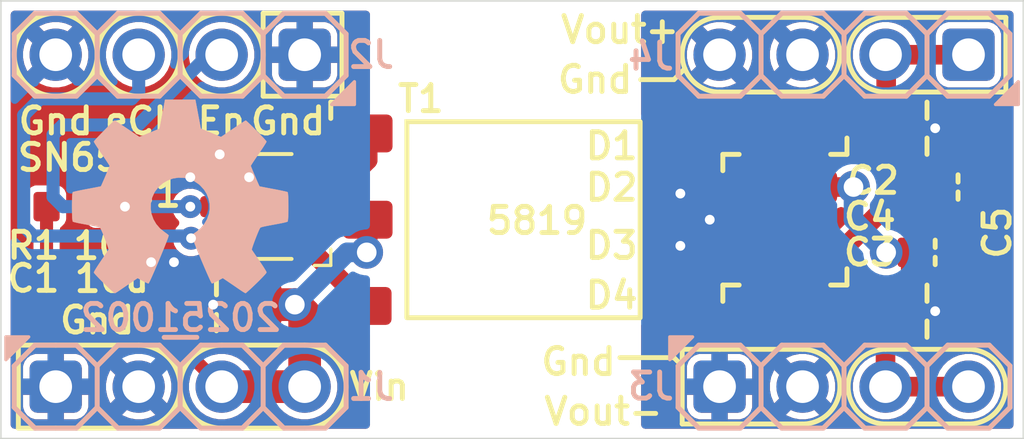
<source format=kicad_pcb>
(kicad_pcb (version 20241229) (generator "pcbnew") (generator_version "9.0")
  (layers (0 "F.Cu" mixed) (2 "B.Cu" mixed) (13 "F.Paste" user) (15 "B.Paste" user) (5 "F.SilkS" user "F.Silkscreen") (7 "B.SilkS" user "B.Silkscreen") (1 "F.Mask" user) (3 "B.Mask" user) (25 "Edge.Cuts" user))
  (net 0 "")
  (net 1 "GND")
  (net 2 "/VIN")
  (net 3 "/ExtClk")
  (net 4 "/Enable")
  (net 5 "/P1")
  (net 6 "/P2")
  (net 7 "/VOUT+")
  (net 8 "/VOUT-")
  (net 9 "Net-(D1-A)")
  (net 10 "Net-(D3-A)")
  (net 11 "GND1")
  (footprint "SquantorCapacitor:C_1206_0805" (layer "F.Cu") (at 158.75 84.8)
    (property "Reference" "C2" (at -1.65 1.6 0) (layer "F.SilkS") (effects (font (size 0.8 0.8))))
    (property "Value" "10u")
    (fp_line (start 0 -0.8) (end 0 -0.3) (stroke (width 0.15)) (layer "F.SilkS"))
    (fp_line (start 0 0.8) (end 0 0.3) (stroke (width 0.15)) (layer "F.SilkS"))
    (pad "1" smd roundrect (at -1.25 0) (size 1.5 1.6) (layers "F.Cu" "F.Mask" "F.Paste") (net 7 "/VOUT+"))
    (pad "2" smd roundrect (at 1.25 0) (size 1.5 1.6) (layers "F.Cu" "F.Mask" "F.Paste") (net 11 "GND1"))
  )
  (footprint "SquantorCapacitor:C_1206_0805" (layer "F.Cu") (at 158.75 90.4)
    (property "Reference" "C3" (at -1.75 -1.8 0) (layer "F.SilkS") (effects (font (size 0.8 0.8))))
    (property "Value" "10u")
    (fp_line (start 0 -0.8) (end 0 -0.3) (stroke (width 0.15)) (layer "F.SilkS"))
    (fp_line (start 0 0.8) (end 0 0.3) (stroke (width 0.15)) (layer "F.SilkS"))
    (pad "1" smd roundrect (at -1.25 0) (size 1.5 1.6) (layers "F.Cu" "F.Mask" "F.Paste") (net 8 "/VOUT-"))
    (pad "2" smd roundrect (at 1.25 0) (size 1.5 1.6) (layers "F.Cu" "F.Mask" "F.Paste") (net 11 "GND1"))
  )
  (footprint "SquantorCapacitor:C_0603" (layer "F.Cu") (at 159.7 86.6)
    (property "Reference" "C5" (at 1.2 1.4 90) (layer "F.SilkS") (effects (font (size 0.8 0.8))))
    (property "Value" "1u")
    (fp_line (start 0 -0.15) (end 0 -0.375) (stroke (width 0.15)) (layer "F.SilkS"))
    (fp_line (start 0 0.375) (end 0 0.15) (stroke (width 0.15)) (layer "F.SilkS"))
    (pad "1" smd roundrect (at -0.75 0) (size 0.8 0.9) (layers "F.Cu" "F.Mask" "F.Paste") (roundrect_rratio 0.125) (net 7 "/VOUT+"))
    (pad "2" smd roundrect (at 0.75 0) (size 0.8 0.9) (layers "F.Cu" "F.Mask" "F.Paste") (roundrect_rratio 0.125) (net 11 "GND1"))
  )
  (footprint "SquantorDiodes:SOD-323HE-shikues" (layer "F.Cu") (at 154.4 90.6)
    (property "Reference" "D4" (at -5.302 -0.684 0) (layer "F.SilkS") (effects (font (size 0.8 0.8))))
    (property "Value" "5819")
    (fp_line (start -1.9 -1) (end -1.9 -0.5) (stroke (width 0.15)) (layer "F.SilkS"))
    (fp_line (start -1.9 -1) (end -1.4 -1) (stroke (width 0.15)) (layer "F.SilkS"))
    (pad "1" smd roundrect (at -0.675 0) (size 1.85 1.1) (layers "F.Cu" "F.Mask" "F.Paste") (roundrect_rratio 0.2) (net 10 "Net-(D3-A)"))
    (pad "2" smd roundrect (at 1.15 0) (size 0.9 1) (layers "F.Cu" "F.Mask" "F.Paste") (roundrect_rratio 0.2) (net 8 "/VOUT-"))
  )
  (footprint "SquantorDiodes:SOD-323HE-shikues" (layer "F.Cu") (at 154.4 88.6 180)
    (property "Reference" "D3" (at 5.302 0.208 0) (layer "F.SilkS") (effects (font (size 0.8 0.8))))
    (property "Value" "5819")
    (fp_line (start -1.9 -1) (end -1.4 -1) (stroke (width 0.15)) (layer "F.SilkS"))
    (fp_line (start -1.9 -1) (end -1.9 -0.5) (stroke (width 0.15)) (layer "F.SilkS"))
    (pad "1" smd roundrect (at -0.675 0 180) (size 1.85 1.1) (layers "F.Cu" "F.Mask" "F.Paste") (roundrect_rratio 0.2) (net 7 "/VOUT+"))
    (pad "2" smd roundrect (at 1.15 0 180) (size 0.9 1) (layers "F.Cu" "F.Mask" "F.Paste") (roundrect_rratio 0.2) (net 10 "Net-(D3-A)"))
  )
  (footprint "SquantorResistor:R_0603_hand" (layer "F.Cu") (at 132.7 87.2)
    (property "Reference" "R1" (at -1.3 1.192 0) (layer "F.SilkS") (effects (font (size 0.8 0.8))))
    (property "Value" "10K" (at 1.1 1.2 0) (layer "F.SilkS") (effects (font (size 0.8 0.8))))
    (fp_line (start 0 -0.2) (end 0 0.2) (stroke (width 0.15)) (layer "F.SilkS"))
    (pad "1" smd roundrect (at -0.9 0) (size 0.8 0.9) (layers "F.Cu" "F.Mask" "F.Paste") (roundrect_rratio 0.1428571429) (net 2 "/VIN"))
    (pad "2" smd roundrect (at 0.9 0) (size 0.8 0.9) (layers "F.Cu" "F.Mask" "F.Paste") (roundrect_rratio 0.1428571429) (net 4 "/Enable"))
  )
  (footprint "SquantorFangCheng:T-3_8W-6Pin_hand" (layer "F.Cu") (at 146.4 87.6)
    (property "Reference" "T1" (at -3.144 -3.7 0) (layer "F.SilkS") (effects (font (size 0.8 0.8))))
    (property "Value" "STR7040")
    (fp_line (start -5.9 -3.6) (end -5.9 -3.1) (stroke (width 0.15)) (layer "F.SilkS"))
    (fp_line (start -5.9 -3.6) (end -5.4 -3.6) (stroke (width 0.15)) (layer "F.SilkS"))
    (fp_rect (start -3.57 -3) (end 3.57 3) (stroke (width 0.15)) (fill no) (layer "F.SilkS"))
    (pad "1" smd roundrect (at -4.77 -2.64) (size 1.52 1.16) (layers "F.Cu" "F.Mask" "F.Paste") (roundrect_rratio 0.15) (net 6 "/P2"))
    (pad "2" smd roundrect (at -4.77 0) (size 1.52 1.16) (layers "F.Cu" "F.Mask" "F.Paste") (roundrect_rratio 0.15) (net 2 "/VIN"))
    (pad "3" smd roundrect (at -4.8 2.64) (size 1.52 1.16) (layers "F.Cu" "F.Mask" "F.Paste") (roundrect_rratio 0.15) (net 5 "/P1"))
    (pad "4" smd roundrect (at 4.77 2.64) (size 1.52 1.16) (layers "F.Cu" "F.Mask" "F.Paste") (roundrect_rratio 0.15) (net 10 "Net-(D3-A)"))
    (pad "5" smd roundrect (at 4.77 0) (size 1.52 1.16) (layers "F.Cu" "F.Mask" "F.Paste") (roundrect_rratio 0.15) (net 11 "GND1"))
    (pad "6" smd roundrect (at 4.77 -2.64) (size 1.52 1.16) (layers "F.Cu" "F.Mask" "F.Paste") (roundrect_rratio 0.15) (net 9 "Net-(D1-A)"))
  )
  (footprint "SquantorCapacitor:C_1206_0805" (layer "F.Cu") (at 137 90.2)
    (property "Reference" "C1" (at -5.6 -0.8 0) (layer "F.SilkS") (effects (font (size 0.8 0.8))))
    (property "Value" "10u" (at -3.2 -0.792 0) (layer "F.SilkS") (effects (font (size 0.8 0.8))))
    (fp_line (start 0 -0.8) (end 0 -0.3) (stroke (width 0.15)) (layer "F.SilkS"))
    (fp_line (start 0 0.8) (end 0 0.3) (stroke (width 0.15)) (layer "F.SilkS"))
    (pad "1" smd roundrect (at -1.25 0) (size 1.5 1.6) (layers "F.Cu" "F.Mask" "F.Paste") (net 1 "GND"))
    (pad "2" smd roundrect (at 1.25 0) (size 1.5 1.6) (layers "F.Cu" "F.Mask" "F.Paste") (net 2 "/VIN"))
  )
  (footprint "SquantorDiodes:SOD-323HE-shikues" (layer "F.Cu") (at 154.4 86.6)
    (property "Reference" "D2" (at -5.302 0.014 0) (layer "F.SilkS") (effects (font (size 0.8 0.8))))
    (property "Value" "5819" (at -7.588 1.03 0) (layer "F.SilkS") (effects (font (size 0.8 0.8))))
    (fp_line (start -1.9 -1) (end -1.9 -0.5) (stroke (width 0.15)) (layer "F.SilkS"))
    (fp_line (start -1.9 -1) (end -1.4 -1) (stroke (width 0.15)) (layer "F.SilkS"))
    (pad "1" smd roundrect (at -0.675 0) (size 1.85 1.1) (layers "F.Cu" "F.Mask" "F.Paste") (roundrect_rratio 0.2) (net 9 "Net-(D1-A)"))
    (pad "2" smd roundrect (at 1.15 0) (size 0.9 1) (layers "F.Cu" "F.Mask" "F.Paste") (roundrect_rratio 0.2) (net 8 "/VOUT-"))
  )
  (footprint "SquantorCapacitor:C_0603" (layer "F.Cu") (at 159 88.6)
    (property "Reference" "C4" (at -2 -1.1 0) (layer "F.SilkS") (effects (font (size 0.8 0.8))))
    (property "Value" "1u")
    (fp_line (start 0 -0.15) (end 0 -0.375) (stroke (width 0.15)) (layer "F.SilkS"))
    (fp_line (start 0 0.375) (end 0 0.15) (stroke (width 0.15)) (layer "F.SilkS"))
    (pad "1" smd roundrect (at -0.75 0) (size 0.8 0.9) (layers "F.Cu" "F.Mask" "F.Paste") (roundrect_rratio 0.125) (net 8 "/VOUT-"))
    (pad "2" smd roundrect (at 0.75 0) (size 0.8 0.9) (layers "F.Cu" "F.Mask" "F.Paste") (roundrect_rratio 0.125) (net 11 "GND1"))
  )
  (footprint "SquantorDiodes:SOD-323HE-shikues" (layer "F.Cu") (at 154.4 84.6 180)
    (property "Reference" "D1" (at 5.302 -0.744 0) (layer "F.SilkS") (effects (font (size 0.8 0.8))))
    (property "Value" "5819")
    (fp_line (start -1.9 -1) (end -1.4 -1) (stroke (width 0.15)) (layer "F.SilkS"))
    (fp_line (start -1.9 -1) (end -1.9 -0.5) (stroke (width 0.15)) (layer "F.SilkS"))
    (pad "1" smd roundrect (at -0.675 0 180) (size 1.85 1.1) (layers "F.Cu" "F.Mask" "F.Paste") (roundrect_rratio 0.2) (net 7 "/VOUT+"))
    (pad "2" smd roundrect (at 1.15 0 180) (size 0.9 1) (layers "F.Cu" "F.Mask" "F.Paste") (roundrect_rratio 0.2) (net 9 "Net-(D1-A)"))
  )
  (footprint "SquantorIC:SOT23-6-TI" (layer "F.Cu") (at 138.4 87.2 180)
    (property "Reference" "U1" (at 3.3 0.4 0) (layer "F.SilkS") (effects (font (size 0.8 0.8))))
    (property "Value" "SN6506A" (at 4.8 1.5 0) (layer "F.SilkS") (effects (font (size 0.8 0.8))))
    (fp_line (start 0.9 -1.6) (end -0.9 -1.6) (stroke (width 0.12)) (layer "F.SilkS"))
    (fp_line (start -0.9 1.61) (end 0.9 1.61) (stroke (width 0.12)) (layer "F.SilkS"))
    (fp_line (start -2.1 -1.8) (end -1.6 -1.8) (stroke (width 0.1)) (layer "F.SilkS"))
    (fp_line (start -2.1 -1.8) (end -2.1 -1.3) (stroke (width 0.1)) (layer "F.SilkS"))
    (pad "1" smd roundrect (at -1.3 -0.95 180) (size 1.2 0.65) (layers "F.Cu" "F.Mask" "F.Paste") (roundrect_rratio 0.2) (net 5 "/P1"))
    (pad "2" smd roundrect (at -1.3 0 180) (size 1.2 0.65) (layers "F.Cu" "F.Mask" "F.Paste") (roundrect_rratio 0.2) (net 2 "/VIN"))
    (pad "3" smd roundrect (at -1.3 0.95 180) (size 1.2 0.65) (layers "F.Cu" "F.Mask" "F.Paste") (roundrect_rratio 0.2) (net 6 "/P2"))
    (pad "4" smd roundrect (at 1.3 0.95 180) (size 1.2 0.65) (layers "F.Cu" "F.Mask" "F.Paste") (roundrect_rratio 0.2) (net 1 "GND"))
    (pad "5" smd roundrect (at 1.3 0 180) (size 1.2 0.65) (layers "F.Cu" "F.Mask" "F.Paste") (roundrect_rratio 0.2) (net 4 "/Enable"))
    (pad "6" smd roundrect (at 1.3 -0.95 180) (size 1.2 0.65) (layers "F.Cu" "F.Mask" "F.Paste") (roundrect_rratio 0.2) (net 3 "/ExtClk"))
  )
  (footprint "SquantorLabels:Label_Generic" (layer "B.Cu") (at 135.9 90.6 180)
    (property "Reference" "N1" (hide yes))
    (property "Value" "20251002" (at 0 0 0) (layer "B.SilkS") (effects (font (size 0.8 0.8)) (justify mirror)))
    (fp_line (start -0.5 -0.6) (end 0.5 -0.6) (stroke (width 0.15)) (layer "B.SilkS"))
  )
  (footprint "Symbol:OSHW-Symbol_6.7x6mm_SilkScreen" (layer "B.Cu") (at 135.9 86.9 180)
    (property "Reference" "N2" (hide yes))
    (property "Value" "OHWLOGO" (hide yes))
    (fp_poly (pts (xy 0.555814 2.531069) (xy 0.639635 2.086445) (xy 0.94892 1.958947) (xy 1.258206 1.831449) (xy 1.629246 2.083754) (xy 1.733157 2.154004) (xy 1.827087 2.216728) (xy 1.906652 2.269062) (xy 1.96747 2.308143) (xy 2.005157 2.331107) (xy 2.015421 2.336058) (xy 2.03391 2.323324) (xy 2.07342 2.288118) (xy 2.129522 2.234938) (xy 2.197787 2.168282) (xy 2.273786 2.092646) (xy 2.353092 2.012528) (xy 2.431275 1.932426) (xy 2.503907 1.856836) (xy 2.566559 1.790255) (xy 2.614803 1.737182) (xy 2.64421 1.702113) (xy 2.651241 1.690377) (xy 2.641123 1.66874) (xy 2.612759 1.621338) (xy 2.569129 1.552807) (xy 2.513218 1.467785) (xy 2.448006 1.370907) (xy 2.410219 1.31565) (xy 2.341343 1.214752) (xy 2.28014 1.123701) (xy 2.229578 1.04703) (xy 2.192628 0.989272) (xy 2.172258 0.954957) (xy 2.169197 0.947746) (xy 2.176136 0.927252) (xy 2.195051 0.879487) (xy 2.223087 0.811168) (xy 2.257391 0.729011) (xy 2.295109 0.63973) (xy 2.333387 0.550042) (xy 2.36937 0.466662) (xy 2.400206 0.396306) (xy 2.423039 0.34569) (xy 2.435017 0.321529) (xy 2.435724 0.320578) (xy 2.454531 0.315964) (xy 2.504618 0.305672) (xy 2.580793 0.290713) (xy 2.677865 0.272099) (xy 2.790643 0.250841) (xy 2.856442 0.238582) (xy 2.97695 0.215638) (xy 3.085797 0.193805) (xy 3.177476 0.174278) (xy 3.246481 0.158252) (xy 3.287304 0.146921) (xy 3.295511 0.143326) (xy 3.303548 0.118994) (xy 3.310033 0.064041) (xy 3.31497 -0.015108) (xy 3.318364 -0.112026) (xy 3.320218 -0.220287) (xy 3.320538 -0.333465) (xy 3.319327 -0.445135) (xy 3.31659 -0.548868) (xy 3.312331 -0.638241) (xy 3.306555 -0.706826) (xy 3.299267 -0.748197) (xy 3.294895 -0.75681) (xy 3.268764 -0.767133) (xy 3.213393 -0.781892) (xy 3.136107 -0.799352) (xy 3.04423 -0.81778) (xy 3.012158 -0.823741) (xy 2.857524 -0.852066) (xy 2.735375 -0.874876) (xy 2.641673 -0.89308) (xy 2.572384 -0.907583) (xy 2.523471 -0.919292) (xy 2.490897 -0.929115) (xy 2.470628 -0.937956) (xy 2.458626 -0.946724) (xy 2.456947 -0.948457) (xy 2.440184 -0.976371) (xy 2.414614 -1.030695) (xy 2.382788 -1.104777) (xy 2.34726 -1.191965) (xy 2.310583 -1.285608) (xy 2.275311 -1.379052) (xy 2.243996 -1.465647) (xy 2.219193 -1.53874) (xy 2.203454 -1.591678) (xy 2.199332 -1.617811) (xy 2.199676 -1.618726) (xy 2.213641 -1.640086) (xy 2.245322 -1.687084) (xy 2.291391 -1.754827) (xy 2.348518 -1.838423) (xy 2.413373 -1.932982) (xy 2.431843 -1.959854) (xy 2.497699 -2.057275) (xy 2.55565 -2.146163) (xy 2.602538 -2.221412) (xy 2.635207 -2.27792) (xy 2.6505 -2.310581) (xy 2.651241 -2.314593) (xy 2.638392 -2.335684) (xy 2.602888 -2.377464) (xy 2.549293 -2.435445) (xy 2.482171 -2.505135) (xy 2.406087 -2.582045) (xy 2.325604 -2.661683) (xy 2.245287 -2.739561) (xy 2.169699 -2.811186) (xy 2.103405 -2.87207) (xy 2.050969 -2.917721) (xy 2.016955 -2.94365) (xy 2.007545 -2.947883) (xy 1.985643 -2.937912) (xy 1.9408 -2.91102) (xy 1.880321 -2.871736) (xy 1.833789 -2.840117) (xy 1.749475 -2.782098) (xy 1.649626 -2.713784) (xy 1.549473 -2.645579) (xy 1.495627 -2.609075) (xy 1.313371 -2.4858) (xy 1.160381 -2.56852) (xy 1.090682 -2.604759) (xy 1.031414 -2.632926) (xy 0.991311 -2.648991) (xy 0.981103 -2.651226) (xy 0.968829 -2.634722) (xy 0.944613 -2.588082) (xy 0.910263 -2.515609) (xy 0.867588 -2.421606) (xy 0.818394 -2.310374) (xy 0.76449 -2.186215) (xy 0.707684 -2.053432) (xy 0.649782 -1.916327) (xy 0.592593 -1.779202) (xy 0.537924 -1.646358) (xy 0.487584 -1.522098) (xy 0.44338 -1.410725) (xy 0.407119 -1.316539) (xy 0.380609 -1.243844) (xy 0.365658 -1.196941) (xy 0.363254 -1.180833) (xy 0.382311 -1.160286) (xy 0.424036 -1.126933) (xy 0.479706 -1.087702) (xy 0.484378 -1.084599) (xy 0.628264 -0.969423) (xy 0.744283 -0.835053) (xy 0.83143 -0.685784) (xy 0.888699 -0.525913) (xy 0.915086 -0.359737) (xy 0.909585 -0.191552) (xy 0.87119 -0.025655) (xy 0.798895 0.133658) (xy 0.777626 0.168513) (xy 0.666996 0.309263) (xy 0.536302 0.422286) (xy 0.390064 0.506997) (xy 0.232808 0.562806) (xy 0.069057 0.589126) (xy -0.096667 0.58537) (xy -0.259838 0.55095) (xy -0.415935 0.485277) (xy -0.560433 0.387765) (xy -0.605131 0.348187) (xy -0.718888 0.224297) (xy -0.801782 0.093876) (xy -0.858644 -0.052315) (xy -0.890313 -0.197088) (xy -0.898131 -0.35986) (xy -0.872062 -0.52344) (xy -0.814755 -0.682298) (xy -0.728856 -0.830906) (xy -0.617014 -0.963735) (xy -0.481877 -1.075256) (xy -0.464117 -1.087011) (xy -0.40785 -1.125508) (xy -0.365077 -1.158863) (xy -0.344628 -1.18016) (xy -0.344331 -1.180833) (xy -0.348721 -1.203871) (xy -0.366124 -1.256157) (xy -0.394732 -1.33339) (xy -0.432735 -1.431268) (xy -0.478326 -1.545491) (xy -0.529697 -1.671758) (xy -0.585038 -1.805767) (xy -0.642542 -1.943218) (xy -0.700399 -2.079808) (xy -0.756802 -2.211237) (xy -0.809942 -2.333205) (xy -0.85801 -2.441409) (xy -0.899199 -2.531549) (xy -0.931699 -2.599323) (xy -0.953703 -2.64043) (xy -0.962564 -2.651226) (xy -0.98964 -2.642819) (xy -1.040303 -2.620272) (xy -1.105817 -2.587613) (xy -1.141841 -2.56852) (xy -1.294832 -2.4858) (xy -1.477088 -2.609075) (xy -1.570125 -2.672228) (xy -1.671985 -2.741727) (xy -1.767438 -2.807165) (xy -1.81525 -2.840117) (xy -1.882495 -2.885273) (xy -1.939436 -2.921057) (xy -1.978646 -2.942938) (xy -1.991381 -2.947563) (xy -2.009917 -2.935085) (xy -2.050941 -2.900252) (xy -2.110475 -2.846678) (xy -2.184542 -2.777983) (xy -2.269165 -2.697781) (xy -2.322685 -2.646286) (xy -2.416319 -2.554286) (xy -2.497241 -2.471999) (xy -2.562177 -2.402945) (xy -2.607858 -2.350644) (xy -2.631011 -2.318616) (xy -2.633232 -2.312116) (xy -2.622924 -2.287394) (xy -2.594439 -2.237405) (xy -2.550937 -2.167212) (xy -2.495577 -2.081875) (xy -2.43152 -1.986456) (xy -2.413303 -1.959854) (xy -2.346927 -1.863167) (xy -2.287378 -1.776117) (xy -2.237984 -1.703595) (xy -2.202075 -1.650493) (xy -2.182981 -1.621703) (xy -2.181136 -1.618726) (xy -2.183895 -1.595782) (xy -2.198538 -1.545336) (xy -2.222513 -1.474041) (xy -2.253266 -1.388547) (xy -2.288244 -1.295507) (xy -2.324893 -1.201574) (xy -2.360661 -1.113399) (xy -2.392994 -1.037634) (xy -2.419338 -0.980931) (xy -2.437142 -0.949943) (xy -2.438407 -0.948457) (xy -2.449294 -0.939601) (xy -2.467682 -0.930843) (xy -2.497606 -0.921277) (xy -2.543103 -0.909996) (xy -2.608209 -0.896093) (xy -2.696961 -0.878663) (xy -2.813393 -0.856798) (xy -2.961542 -0.829591) (xy -2.993618 -0.823741) (xy -3.088686 -0.805374) (xy -3.171565 -0.787405) (xy -3.23493 -0.771569) (xy -3.271458 -0.7596) (xy -3.276356 -0.75681) (xy -3.284427 -0.732072) (xy -3.290987 -0.67679) (xy -3.296033 -0.597389) (xy -3.299559 -0.500296) (xy -3.301561 -0.391938) (xy -3.302036 -0.27874) (xy -3.300977 -0.167128) (xy -3.298382 -0.063529) (xy -3.294246 0.025632) (xy -3.288563 0.093928) (xy -3.281331 0.134934) (xy -3.276971 0.143326) (xy -3.252698 0.151792) (xy -3.197426 0.165565) (xy -3.116662 0.18345) (xy -3.015912 0.204252) (xy -2.900683 0.226777) (xy -2.837902 0.238582) (xy -2.718787 0.260849) (xy -2.612565 0.281021) (xy -2.524427 0.298085) (xy -2.459566 0.311031) (xy -2.423174 0.318845) (xy -2.417184 0.320578) (xy -2.407061 0.34011) (xy -2.385662 0.387157) (xy -2.355839 0.454997) (xy -2.320445 0.536909) (xy -2.282332 0.626172) (xy -2.244353 0.716065) (xy -2.20936 0.799865) (xy -2.180206 0.870853) (xy -2.159743 0.922306) (xy -2.150823 0.947503) (xy -2.150657 0.948604) (xy -2.160769 0.968481) (xy -2.189117 1.014223) (xy -2.232723 1.081283) (xy -2.288606 1.165116) (xy -2.353787 1.261174) (xy -2.391679 1.31635) (xy -2.460725 1.417519) (xy -2.52205 1.50937) (xy -2.572663 1.587256) (xy -2.609571 1.646531) (xy -2.629782 1.682549) (xy -2.632701 1.690623) (xy -2.620153 1.709416) (xy -2.585463 1.749543) (xy -2.533063 1.806507) (xy -2.467384 1.875815) (xy -2.392856 1.952969) (xy -2.313913 2.033475) (xy -2.234983 2.112837) (xy -2.1605 2.18656) (xy -2.094894 2.250148) (xy -2.042596 2.299106) (xy -2.008039 2.328939) (xy -1.996478 2.336058) (xy -1.977654 2.326047) (xy -1.932631 2.297922) (xy -1.865787 2.254546) (xy -1.781499 2.198782) (xy -1.684144 2.133494) (xy -1.610707 2.083754) (xy -1.239667 1.831449) (xy -0.621095 2.086445) (xy -0.537275 2.531069) (xy -0.453454 2.975693) (xy 0.471994 2.975693) (xy 0.555814 2.531069)) (stroke (width 0.01)) (fill yes) (layer "B.SilkS"))
  )
  (footprint "SquantorConnectors:Header-0254-1X04-H010" (layer "B.Cu") (at 156.21 92.71)
    (property "Reference" "J3" (at -5.91 -0.01 0) (layer "B.SilkS") (effects (font (size 0.8 0.8) (thickness 0.15) (bold yes)) (justify mirror)))
    (property "Value" "Conn_01x04")
    (fp_line (start -5.08 -0.635) (end -4.445 -1.27) (stroke (width 0.1524)) (layer "B.SilkS"))
    (fp_line (start -5.08 0.635) (end -5.08 -0.635) (stroke (width 0.1524)) (layer "B.SilkS"))
    (fp_line (start -4.445 1.27) (end -5.08 0.635) (stroke (width 0.1524)) (layer "B.SilkS"))
    (fp_line (start -4.445 1.27) (end -3.175 1.27) (stroke (width 0.1524)) (layer "B.SilkS"))
    (fp_line (start -3.175 -1.27) (end -4.445 -1.27) (stroke (width 0.1524)) (layer "B.SilkS"))
    (fp_line (start -3.175 1.27) (end -2.54 0.635) (stroke (width 0.1524)) (layer "B.SilkS"))
    (fp_line (start -2.54 -0.635) (end -3.175 -1.27) (stroke (width 0.1524)) (layer "B.SilkS"))
    (fp_line (start -2.54 0.635) (end -2.54 -0.635) (stroke (width 0.1524)) (layer "B.SilkS"))
    (fp_line (start -2.54 0.635) (end -1.905 1.27) (stroke (width 0.1524)) (layer "B.SilkS"))
    (fp_line (start -1.905 -1.27) (end -2.54 -0.635) (stroke (width 0.1524)) (layer "B.SilkS"))
    (fp_line (start -1.905 1.27) (end -0.635 1.27) (stroke (width 0.1524)) (layer "B.SilkS"))
    (fp_line (start -0.635 -1.27) (end -1.905 -1.27) (stroke (width 0.1524)) (layer "B.SilkS"))
    (fp_line (start -0.635 1.27) (end 0 0.635) (stroke (width 0.1524)) (layer "B.SilkS"))
    (fp_line (start 0 -0.635) (end -0.635 -1.27) (stroke (width 0.1524)) (layer "B.SilkS"))
    (fp_line (start 0 0.635) (end 0 -0.635) (stroke (width 0.1524)) (layer "B.SilkS"))
    (fp_line (start 0 0.635) (end 0.635 1.27) (stroke (width 0.1524)) (layer "B.SilkS"))
    (fp_line (start 0.635 -1.27) (end 0 -0.635) (stroke (width 0.1524)) (layer "B.SilkS"))
    (fp_line (start 0.635 1.27) (end 1.905 1.27) (stroke (width 0.1524)) (layer "B.SilkS"))
    (fp_line (start 1.905 -1.27) (end 0.635 -1.27) (stroke (width 0.1524)) (layer "B.SilkS"))
    (fp_line (start 1.905 1.27) (end 2.54 0.635) (stroke (width 0.1524)) (layer "B.SilkS"))
    (fp_line (start 2.54 -0.635) (end 1.905 -1.27) (stroke (width 0.1524)) (layer "B.SilkS"))
    (fp_line (start 2.54 -0.635) (end 3.175 -1.27) (stroke (width 0.1524)) (layer "B.SilkS"))
    (fp_line (start 2.54 0.635) (end 2.54 -0.635) (stroke (width 0.1524)) (layer "B.SilkS"))
    (fp_line (start 3.175 1.27) (end 2.54 0.635) (stroke (width 0.1524)) (layer "B.SilkS"))
    (fp_line (start 3.175 1.27) (end 4.445 1.27) (stroke (width 0.1524)) (layer "B.SilkS"))
    (fp_line (start 4.445 -1.27) (end 3.175 -1.27) (stroke (width 0.1524)) (layer "B.SilkS"))
    (fp_line (start 4.445 1.27) (end 5.08 0.635) (stroke (width 0.1524)) (layer "B.SilkS"))
    (fp_line (start 5.08 -0.635) (end 4.445 -1.27) (stroke (width 0.1524)) (layer "B.SilkS"))
    (fp_line (start 5.08 0.635) (end 5.08 -0.635) (stroke (width 0.1524)) (layer "B.SilkS"))
    (fp_poly (pts (xy -5.334 -0.8255) (xy -5.334 -1.524) (xy -4.6355 -1.524)) (stroke (width 0.1)) (fill yes) (layer "B.SilkS"))
    (pad "1" thru_hole roundrect (at -3.81 0 180) (size 1.6 1.6) (drill 1) (layers "*.Cu" "*.Mask") (roundrect_rratio 0.15) (net 11 "GND1"))
    (pad "2" thru_hole circle (at -1.27 0 180) (size 1.6 1.6) (drill 1) (layers "*.Cu" "*.Mask") (net 11 "GND1"))
    (pad "3" thru_hole circle (at 1.27 0 180) (size 1.6 1.6) (drill 1) (layers "*.Cu" "*.Mask") (net 8 "/VOUT-"))
    (pad "4" thru_hole circle (at 3.81 0 180) (size 1.6 1.6) (drill 1) (layers "*.Cu" "*.Mask") (net 8 "/VOUT-"))
  )
  (footprint "SquantorConnectors:Header-0254-1X04-H010" (layer "B.Cu") (at 135.89 82.55 180)
    (property "Reference" "J2" (at -5.842 0 0) (layer "B.SilkS") (effects (font (size 0.8 0.8) (thickness 0.15) (bold yes)) (justify mirror)))
    (property "Value" "Conn_01x04")
    (fp_line (start 5.08 0.635) (end 5.08 -0.635) (stroke (width 0.1524)) (layer "B.SilkS"))
    (fp_line (start 5.08 -0.635) (end 4.445 -1.27) (stroke (width 0.1524)) (layer "B.SilkS"))
    (fp_line (start 4.445 1.27) (end 5.08 0.635) (stroke (width 0.1524)) (layer "B.SilkS"))
    (fp_line (start 4.445 -1.27) (end 3.175 -1.27) (stroke (width 0.1524)) (layer "B.SilkS"))
    (fp_line (start 3.175 1.27) (end 4.445 1.27) (stroke (width 0.1524)) (layer "B.SilkS"))
    (fp_line (start 3.175 1.27) (end 2.54 0.635) (stroke (width 0.1524)) (layer "B.SilkS"))
    (fp_line (start 2.54 0.635) (end 2.54 -0.635) (stroke (width 0.1524)) (layer "B.SilkS"))
    (fp_line (start 2.54 -0.635) (end 3.175 -1.27) (stroke (width 0.1524)) (layer "B.SilkS"))
    (fp_line (start 2.54 -0.635) (end 1.905 -1.27) (stroke (width 0.1524)) (layer "B.SilkS"))
    (fp_line (start 1.905 1.27) (end 2.54 0.635) (stroke (width 0.1524)) (layer "B.SilkS"))
    (fp_line (start 1.905 -1.27) (end 0.635 -1.27) (stroke (width 0.1524)) (layer "B.SilkS"))
    (fp_line (start 0.635 1.27) (end 1.905 1.27) (stroke (width 0.1524)) (layer "B.SilkS"))
    (fp_line (start 0.635 -1.27) (end 0 -0.635) (stroke (width 0.1524)) (layer "B.SilkS"))
    (fp_line (start 0 0.635) (end 0.635 1.27) (stroke (width 0.1524)) (layer "B.SilkS"))
    (fp_line (start 0 0.635) (end 0 -0.635) (stroke (width 0.1524)) (layer "B.SilkS"))
    (fp_line (start 0 -0.635) (end -0.635 -1.27) (stroke (width 0.1524)) (layer "B.SilkS"))
    (fp_line (start -0.635 1.27) (end 0 0.635) (stroke (width 0.1524)) (layer "B.SilkS"))
    (fp_line (start -0.635 -1.27) (end -1.905 -1.27) (stroke (width 0.1524)) (layer "B.SilkS"))
    (fp_line (start -1.905 1.27) (end -0.635 1.27) (stroke (width 0.1524)) (layer "B.SilkS"))
    (fp_line (start -1.905 -1.27) (end -2.54 -0.635) (stroke (width 0.1524)) (layer "B.SilkS"))
    (fp_line (start -2.54 0.635) (end -1.905 1.27) (stroke (width 0.1524)) (layer "B.SilkS"))
    (fp_line (start -2.54 0.635) (end -2.54 -0.635) (stroke (width 0.1524)) (layer "B.SilkS"))
    (fp_line (start -2.54 -0.635) (end -3.175 -1.27) (stroke (width 0.1524)) (layer "B.SilkS"))
    (fp_line (start -3.175 1.27) (end -2.54 0.635) (stroke (width 0.1524)) (layer "B.SilkS"))
    (fp_line (start -3.175 -1.27) (end -4.445 -1.27) (stroke (width 0.1524)) (layer "B.SilkS"))
    (fp_line (start -4.445 1.27) (end -3.175 1.27) (stroke (width 0.1524)) (layer "B.SilkS"))
    (fp_line (start -4.445 1.27) (end -5.08 0.635) (stroke (width 0.1524)) (layer "B.SilkS"))
    (fp_line (start -5.08 0.635) (end -5.08 -0.635) (stroke (width 0.1524)) (layer "B.SilkS"))
    (fp_line (start -5.08 -0.635) (end -4.445 -1.27) (stroke (width 0.1524)) (layer "B.SilkS"))
    (fp_poly (pts (xy -5.334 -0.8255) (xy -5.334 -1.524) (xy -4.6355 -1.524)) (stroke (width 0.1)) (fill yes) (layer "B.SilkS"))
    (pad "1" thru_hole roundrect (at -3.81 0) (size 1.6 1.6) (drill 1) (layers "*.Cu" "*.Mask") (roundrect_rratio 0.15) (net 1 "GND"))
    (pad "2" thru_hole circle (at -1.27 0) (size 1.6 1.6) (drill 1) (layers "*.Cu" "*.Mask") (net 4 "/Enable"))
    (pad "3" thru_hole circle (at 1.27 0) (size 1.6 1.6) (drill 1) (layers "*.Cu" "*.Mask") (net 3 "/ExtClk"))
    (pad "4" thru_hole circle (at 3.81 0) (size 1.6 1.6) (drill 1) (layers "*.Cu" "*.Mask") (net 1 "GND"))
  )
  (footprint "SquantorConnectors:Header-0254-1X04-H010" (layer "B.Cu") (at 135.89 92.71)
    (property "Reference" "J1" (at 5.842 0 180) (layer "B.SilkS") (effects (font (size 0.8 0.8) (thickness 0.15) (bold yes)) (justify mirror)))
    (property "Value" "Conn_01x04")
    (fp_line (start -5.08 -0.635) (end -4.445 -1.27) (stroke (width 0.1524)) (layer "B.SilkS"))
    (fp_line (start -5.08 0.635) (end -5.08 -0.635) (stroke (width 0.1524)) (layer "B.SilkS"))
    (fp_line (start -4.445 1.27) (end -5.08 0.635) (stroke (width 0.1524)) (layer "B.SilkS"))
    (fp_line (start -4.445 1.27) (end -3.175 1.27) (stroke (width 0.1524)) (layer "B.SilkS"))
    (fp_line (start -3.175 -1.27) (end -4.445 -1.27) (stroke (width 0.1524)) (layer "B.SilkS"))
    (fp_line (start -3.175 1.27) (end -2.54 0.635) (stroke (width 0.1524)) (layer "B.SilkS"))
    (fp_line (start -2.54 -0.635) (end -3.175 -1.27) (stroke (width 0.1524)) (layer "B.SilkS"))
    (fp_line (start -2.54 0.635) (end -2.54 -0.635) (stroke (width 0.1524)) (layer "B.SilkS"))
    (fp_line (start -2.54 0.635) (end -1.905 1.27) (stroke (width 0.1524)) (layer "B.SilkS"))
    (fp_line (start -1.905 -1.27) (end -2.54 -0.635) (stroke (width 0.1524)) (layer "B.SilkS"))
    (fp_line (start -1.905 1.27) (end -0.635 1.27) (stroke (width 0.1524)) (layer "B.SilkS"))
    (fp_line (start -0.635 -1.27) (end -1.905 -1.27) (stroke (width 0.1524)) (layer "B.SilkS"))
    (fp_line (start -0.635 1.27) (end 0 0.635) (stroke (width 0.1524)) (layer "B.SilkS"))
    (fp_line (start 0 -0.635) (end -0.635 -1.27) (stroke (width 0.1524)) (layer "B.SilkS"))
    (fp_line (start 0 0.635) (end 0 -0.635) (stroke (width 0.1524)) (layer "B.SilkS"))
    (fp_line (start 0 0.635) (end 0.635 1.27) (stroke (width 0.1524)) (layer "B.SilkS"))
    (fp_line (start 0.635 -1.27) (end 0 -0.635) (stroke (width 0.1524)) (layer "B.SilkS"))
    (fp_line (start 0.635 1.27) (end 1.905 1.27) (stroke (width 0.1524)) (layer "B.SilkS"))
    (fp_line (start 1.905 -1.27) (end 0.635 -1.27) (stroke (width 0.1524)) (layer "B.SilkS"))
    (fp_line (start 1.905 1.27) (end 2.54 0.635) (stroke (width 0.1524)) (layer "B.SilkS"))
    (fp_line (start 2.54 -0.635) (end 1.905 -1.27) (stroke (width 0.1524)) (layer "B.SilkS"))
    (fp_line (start 2.54 -0.635) (end 3.175 -1.27) (stroke (width 0.1524)) (layer "B.SilkS"))
    (fp_line (start 2.54 0.635) (end 2.54 -0.635) (stroke (width 0.1524)) (layer "B.SilkS"))
    (fp_line (start 3.175 1.27) (end 2.54 0.635) (stroke (width 0.1524)) (layer "B.SilkS"))
    (fp_line (start 3.175 1.27) (end 4.445 1.27) (stroke (width 0.1524)) (layer "B.SilkS"))
    (fp_line (start 4.445 -1.27) (end 3.175 -1.27) (stroke (width 0.1524)) (layer "B.SilkS"))
    (fp_line (start 4.445 1.27) (end 5.08 0.635) (stroke (width 0.1524)) (layer "B.SilkS"))
    (fp_line (start 5.08 -0.635) (end 4.445 -1.27) (stroke (width 0.1524)) (layer "B.SilkS"))
    (fp_line (start 5.08 0.635) (end 5.08 -0.635) (stroke (width 0.1524)) (layer "B.SilkS"))
    (fp_poly (pts (xy -5.334 -0.8255) (xy -5.334 -1.524) (xy -4.6355 -1.524)) (stroke (width 0.1)) (fill yes) (layer "B.SilkS"))
    (pad "1" thru_hole roundrect (at -3.81 0 180) (size 1.6 1.6) (drill 1) (layers "*.Cu" "*.Mask") (roundrect_rratio 0.15) (net 1 "GND"))
    (pad "2" thru_hole circle (at -1.27 0 180) (size 1.6 1.6) (drill 1) (layers "*.Cu" "*.Mask") (net 1 "GND"))
    (pad "3" thru_hole circle (at 1.27 0 180) (size 1.6 1.6) (drill 1) (layers "*.Cu" "*.Mask") (net 2 "/VIN"))
    (pad "4" thru_hole circle (at 3.81 0 180) (size 1.6 1.6) (drill 1) (layers "*.Cu" "*.Mask") (net 2 "/VIN"))
  )
  (footprint "SquantorConnectors:Header-0254-1X04-H010" (layer "B.Cu") (at 156.21 82.55 180)
    (property "Reference" "J4" (at 5.91 -0.05 0) (layer "B.SilkS") (effects (font (size 0.8 0.8) (thickness 0.15) (bold yes)) (justify mirror)))
    (property "Value" "Conn_01x04")
    (fp_line (start 5.08 0.635) (end 5.08 -0.635) (stroke (width 0.1524)) (layer "B.SilkS"))
    (fp_line (start 5.08 -0.635) (end 4.445 -1.27) (stroke (width 0.1524)) (layer "B.SilkS"))
    (fp_line (start 4.445 1.27) (end 5.08 0.635) (stroke (width 0.1524)) (layer "B.SilkS"))
    (fp_line (start 4.445 -1.27) (end 3.175 -1.27) (stroke (width 0.1524)) (layer "B.SilkS"))
    (fp_line (start 3.175 1.27) (end 4.445 1.27) (stroke (width 0.1524)) (layer "B.SilkS"))
    (fp_line (start 3.175 1.27) (end 2.54 0.635) (stroke (width 0.1524)) (layer "B.SilkS"))
    (fp_line (start 2.54 0.635) (end 2.54 -0.635) (stroke (width 0.1524)) (layer "B.SilkS"))
    (fp_line (start 2.54 -0.635) (end 3.175 -1.27) (stroke (width 0.1524)) (layer "B.SilkS"))
    (fp_line (start 2.54 -0.635) (end 1.905 -1.27) (stroke (width 0.1524)) (layer "B.SilkS"))
    (fp_line (start 1.905 1.27) (end 2.54 0.635) (stroke (width 0.1524)) (layer "B.SilkS"))
    (fp_line (start 1.905 -1.27) (end 0.635 -1.27) (stroke (width 0.1524)) (layer "B.SilkS"))
    (fp_line (start 0.635 1.27) (end 1.905 1.27) (stroke (width 0.1524)) (layer "B.SilkS"))
    (fp_line (start 0.635 -1.27) (end 0 -0.635) (stroke (width 0.1524)) (layer "B.SilkS"))
    (fp_line (start 0 0.635) (end 0.635 1.27) (stroke (width 0.1524)) (layer "B.SilkS"))
    (fp_line (start 0 0.635) (end 0 -0.635) (stroke (width 0.1524)) (layer "B.SilkS"))
    (fp_line (start 0 -0.635) (end -0.635 -1.27) (stroke (width 0.1524)) (layer "B.SilkS"))
    (fp_line (start -0.635 1.27) (end 0 0.635) (stroke (width 0.1524)) (layer "B.SilkS"))
    (fp_line (start -0.635 -1.27) (end -1.905 -1.27) (stroke (width 0.1524)) (layer "B.SilkS"))
    (fp_line (start -1.905 1.27) (end -0.635 1.27) (stroke (width 0.1524)) (layer "B.SilkS"))
    (fp_line (start -1.905 -1.27) (end -2.54 -0.635) (stroke (width 0.1524)) (layer "B.SilkS"))
    (fp_line (start -2.54 0.635) (end -1.905 1.27) (stroke (width 0.1524)) (layer "B.SilkS"))
    (fp_line (start -2.54 0.635) (end -2.54 -0.635) (stroke (width 0.1524)) (layer "B.SilkS"))
    (fp_line (start -2.54 -0.635) (end -3.175 -1.27) (stroke (width 0.1524)) (layer "B.SilkS"))
    (fp_line (start -3.175 1.27) (end -2.54 0.635) (stroke (width 0.1524)) (layer "B.SilkS"))
    (fp_line (start -3.175 -1.27) (end -4.445 -1.27) (stroke (width 0.1524)) (layer "B.SilkS"))
    (fp_line (start -4.445 1.27) (end -3.175 1.27) (stroke (width 0.1524)) (layer "B.SilkS"))
    (fp_line (start -4.445 1.27) (end -5.08 0.635) (stroke (width 0.1524)) (layer "B.SilkS"))
    (fp_line (start -5.08 0.635) (end -5.08 -0.635) (stroke (width 0.1524)) (layer "B.SilkS"))
    (fp_line (start -5.08 -0.635) (end -4.445 -1.27) (stroke (width 0.1524)) (layer "B.SilkS"))
    (fp_poly (pts (xy -5.334 -0.8255) (xy -5.334 -1.524) (xy -4.6355 -1.524)) (stroke (width 0.1)) (fill yes) (layer "B.SilkS"))
    (pad "1" thru_hole roundrect (at -3.81 0) (size 1.6 1.6) (drill 1) (layers "*.Cu" "*.Mask") (roundrect_rratio 0.15) (net 7 "/VOUT+"))
    (pad "2" thru_hole circle (at -1.27 0) (size 1.6 1.6) (drill 1) (layers "*.Cu" "*.Mask") (net 7 "/VOUT+"))
    (pad "3" thru_hole circle (at 1.27 0) (size 1.6 1.6) (drill 1) (layers "*.Cu" "*.Mask") (net 11 "GND1"))
    (pad "4" thru_hole circle (at 3.81 0) (size 1.6 1.6) (drill 1) (layers "*.Cu" "*.Mask") (net 11 "GND1"))
  )
  (gr_line (start 130.937 91.44) (end 130.937 93.98) (stroke (width 0.15)) (layer "F.SilkS"))
  (gr_line (start 140.843 81.28) (end 140.843 83.82) (stroke (width 0.15)) (layer "F.SilkS"))
  (gr_line (start 149.352 91.821) (end 151.003 91.821) (stroke (width 0.15)) (layer "F.SilkS"))
  (gr_arc (start 157.48 93.853) (mid 156.337 92.71) (end 157.48 91.567) (stroke (width 0.15)) (layer "F.SilkS"))
  (gr_line (start 132.08 91.44) (end 130.937 91.44) (stroke (width 0.15)) (layer "F.SilkS"))
  (gr_line (start 138.43 81.28) (end 138.43 83.82) (stroke (width 0.15)) (layer "F.SilkS"))
  (gr_line (start 152.4 91.567) (end 151.257 91.567) (stroke (width 0.15)) (layer "F.SilkS"))
  (gr_arc (start 137.16 93.98) (mid 135.89 92.71) (end 137.16 91.44) (stroke (width 0.15)) (layer "F.SilkS"))
  (gr_line (start 138.43 81.28) (end 140.843 81.28) (stroke (width 0.15)) (layer "F.SilkS"))
  (gr_line (start 152.4 83.693) (end 154.94 83.693) (stroke (width 0.15)) (layer "F.SilkS"))
  (gr_line (start 161.163 81.407) (end 161.163 83.693) (stroke (width 0.15)) (layer "F.SilkS"))
  (gr_line (start 151.003 91.821) (end 151.257 92.075) (stroke (width 0.15)) (layer "F.SilkS"))
  (gr_arc (start 154.94 81.407) (mid 156.083 82.55) (end 154.94 83.693) (stroke (width 0.15)) (layer "F.SilkS"))
  (gr_line (start 151.257 91.567) (end 151.257 93.853) (stroke (width 0.15)) (layer "F.SilkS"))
  (gr_line (start 160.02 81.407) (end 157.48 81.407) (stroke (width 0.15)) (layer "F.SilkS"))
  (gr_circle (center 134.62 82.55) (end 135.89 82.55) (stroke (width 0.15)) (fill no) (layer "F.SilkS"))
  (gr_line (start 160.02 91.567) (end 157.48 91.567) (stroke (width 0.15)) (layer "F.SilkS"))
  (gr_line (start 130.937 93.98) (end 132.08 93.98) (stroke (width 0.15)) (layer "F.SilkS"))
  (gr_arc (start 152.4 83.693) (mid 151.257 82.55) (end 152.4 81.407) (stroke (width 0.15)) (layer "F.SilkS"))
  (gr_arc (start 154.94 91.567) (mid 156.083 92.71) (end 154.94 93.853) (stroke (width 0.15)) (layer "F.SilkS"))
  (gr_line (start 151.257 93.853) (end 152.4 93.853) (stroke (width 0.15)) (layer "F.SilkS"))
  (gr_line (start 157.48 93.853) (end 160.02 93.853) (stroke (width 0.15)) (layer "F.SilkS"))
  (gr_circle (center 137.16 82.55) (end 138.43 82.55) (stroke (width 0.15)) (fill no) (layer "F.SilkS"))
  (gr_circle (center 132.08 82.55) (end 133.35 82.55) (stroke (width 0.15)) (fill no) (layer "F.SilkS"))
  (gr_line (start 140.843 83.82) (end 138.43 83.82) (stroke (width 0.15)) (layer "F.SilkS"))
  (gr_arc (start 157.48 83.693) (mid 156.337 82.55) (end 157.48 81.407) (stroke (width 0.15)) (layer "F.SilkS"))
  (gr_arc (start 139.7 91.44) (mid 140.97 92.71) (end 139.7 93.98) (stroke (width 0.15)) (layer "F.SilkS"))
  (gr_arc (start 134.62 91.44) (mid 135.89 92.71) (end 134.62 93.98) (stroke (width 0.15)) (layer "F.SilkS"))
  (gr_line (start 139.7 93.98) (end 137.16 93.98) (stroke (width 0.15)) (layer "F.SilkS"))
  (gr_line (start 157.48 83.693) (end 160.02 83.693) (stroke (width 0.15)) (layer "F.SilkS"))
  (gr_line (start 154.94 81.407) (end 152.4 81.407) (stroke (width 0.15)) (layer "F.SilkS"))
  (gr_arc (start 160.02 91.567) (mid 161.163 92.71) (end 160.02 93.853) (stroke (width 0.15)) (layer "F.SilkS"))
  (gr_line (start 154.94 91.567) (end 152.4 91.567) (stroke (width 0.15)) (layer "F.SilkS"))
  (gr_line (start 152.4 93.853) (end 154.94 93.853) (stroke (width 0.15)) (layer "F.SilkS"))
  (gr_line (start 161.163 83.693) (end 160.02 83.693) (stroke (width 0.15)) (layer "F.SilkS"))
  (gr_line (start 151.003 83.312) (end 151.339252 82.975748) (stroke (width 0.15)) (layer "F.SilkS"))
  (gr_line (start 139.7 91.44) (end 137.16 91.44) (stroke (width 0.15)) (layer "F.SilkS"))
  (gr_line (start 134.62 93.98) (end 132.08 93.98) (stroke (width 0.15)) (layer "F.SilkS"))
  (gr_line (start 160.02 81.407) (end 161.163 81.407) (stroke (width 0.15)) (layer "F.SilkS"))
  (gr_line (start 134.62 91.44) (end 132.08 91.44) (stroke (width 0.15)) (layer "F.SilkS"))
  (gr_line (start 149.987 83.312) (end 151.003 83.312) (stroke (width 0.15)) (layer "F.SilkS"))
  (gr_rect (start 130.4 80.9) (end 161.7 94.3) (stroke (width 0.05)) (fill no) (layer "Edge.Cuts"))
  (gr_text "Gnd" (at 132.08 84.582 0) (layer "F.SilkS") (effects (font (size 0.8 0.8) (thickness 0.15) (bold yes))))
  (gr_text "Gnd" (at 133.35 90.678 0) (layer "F.SilkS") (effects (font (size 0.8 0.8) (thickness 0.15) (bold yes))))
  (gr_text "Vin" (at 141.986 92.71 0) (layer "F.SilkS") (effects (font (size 0.8 0.8) (thickness 0.15) (bold yes))))
  (gr_text "Gnd" (at 148.59 83.312 0) (layer "F.SilkS") (effects (font (size 0.8 0.8) (thickness 0.15) (bold yes))))
  (gr_text "Gnd" (at 139.192 84.582 0) (layer "F.SilkS") (effects (font (size 0.8 0.8) (thickness 0.15) (bold yes))))
  (gr_text "Vout+" (at 149.352 81.788 0) (layer "F.SilkS") (effects (font (size 0.8 0.8) (thickness 0.15) (bold yes))))
  (gr_text "En" (at 137.16 84.582 0) (layer "F.SilkS") (effects (font (size 0.8 0.8) (thickness 0.15) (bold yes))))
  (gr_text "Vout-" (at 148.844 93.472 0) (layer "F.SilkS") (effects (font (size 0.8 0.8) (thickness 0.15) (bold yes))))
  (gr_text "Gnd" (at 148.082 91.948 0) (layer "F.SilkS") (effects (font (size 0.8 0.8) (thickness 0.15) (bold yes))))
  (gr_text "eClk" (at 134.874 84.582 0) (layer "F.SilkS") (effects (font (size 0.8 0.8) (thickness 0.15) (bold yes))))
  (via (at 135 88.9) (size 0.7) (drill 0.3) (layers "F.Cu" "B.Cu") (net 1))
  (via (at 137.1 85.6) (size 0.7) (drill 0.3) (layers "F.Cu" "B.Cu") (net 1))
  (via (at 135.7 88.9) (size 0.7) (drill 0.3) (layers "F.Cu" "B.Cu") (net 1))
  (via (at 138 86.3) (size 0.7) (drill 0.3) (layers "F.Cu" "B.Cu") (net 1))
  (via (at 136.9 90.2) (size 0.7) (drill 0.3) (layers "F.Cu" "B.Cu") (net 1))
  (via (at 136.2 86.3) (size 0.7) (drill 0.3) (layers "F.Cu" "B.Cu") (net 1))
  (segment (start 138.25 90.2) (end 139.4 90.2) (width 1) (layer "F.Cu") (net 2))
  (segment (start 135.7 91.7) (end 135.5 91.5) (width 0.4) (layer "F.Cu") (net 2))
  (segment (start 134.2 91.5) (end 131.8 89.1) (width 0.4) (layer "F.Cu") (net 2))
  (segment (start 141.63 87.6) (end 141.63 88.57) (width 0.6) (layer "F.Cu") (net 2))
  (segment (start 139.7 90.5) (end 139.7 92.71) (width 1) (layer "F.Cu") (net 2))
  (segment (start 138.4 90.05) (end 138.25 90.2) (width 0.8) (layer "F.Cu") (net 2))
  (segment (start 138.4 87.3) (end 138.5 87.3) (width 0.6) (layer "F.Cu") (net 2))
  (segment (start 138.4 87.3) (end 138.4 90.05) (width 0.8) (layer "F.Cu") (net 2))
  (segment (start 138.5 87.3) (end 138.6 87.2) (width 0.6) (layer "F.Cu") (net 2))
  (segment (start 137.16 92.71) (end 139.7 92.71) (width 1) (layer "F.Cu") (net 2))
  (segment (start 136.15 91.7) (end 135.7 91.7) (width 0.4) (layer "F.Cu") (net 2))
  (segment (start 135.5 91.5) (end 134.2 91.5) (width 0.4) (layer "F.Cu") (net 2))
  (segment (start 141.63 88.57) (end 141.6 88.6) (width 0.6) (layer "F.Cu") (net 2))
  (segment (start 138.6 87.2) (end 139.7 87.2) (width 0.6) (layer "F.Cu") (net 2))
  (segment (start 131.8 89.1) (end 131.8 87.2) (width 0.4) (layer "F.Cu") (net 2))
  (segment (start 137.16 92.71) (end 136.15 91.7) (width 0.4) (layer "F.Cu") (net 2))
  (segment (start 139.4 90.2) (end 139.7 90.5) (width 1) (layer "F.Cu") (net 2))
  (via (at 139.4 90.2) (size 1) (drill 0.6) (layers "F.Cu" "B.Cu") (net 2))
  (via (at 141.6 88.6) (size 1) (drill 0.6) (layers "F.Cu" "B.Cu") (net 2))
  (segment (start 141.6 88.6) (end 141 88.6) (width 0.6) (layer "B.Cu") (net 2))
  (segment (start 141 88.6) (end 139.4 90.2) (width 0.6) (layer "B.Cu") (net 2))
  (segment (start 136.240754 88.15) (end 136.223116 88.167638) (width 0.4) (layer "F.Cu") (net 3))
  (segment (start 137.1 88.15) (end 136.240754 88.15) (width 0.4) (layer "F.Cu") (net 3))
  (via (at 136.223116 88.167638) (size 0.7) (drill 0.3) (layers "F.Cu" "B.Cu") (net 3))
  (segment (start 131.6 83.9) (end 134.4 83.9) (width 0.4) (layer "B.Cu") (net 3))
  (segment (start 134.62 83.68) (end 134.62 82.55) (width 0.4) (layer "B.Cu") (net 3))
  (segment (start 136.223116 88.167638) (end 136.155478 88.1) (width 0.4) (layer "B.Cu") (net 3))
  (segment (start 134.4 83.9) (end 134.62 83.68) (width 0.4) (layer "B.Cu") (net 3))
  (segment (start 131.4 88.1) (end 131.1 87.8) (width 0.4) (layer "B.Cu") (net 3))
  (segment (start 136.155478 88.1) (end 131.4 88.1) (width 0.4) (layer "B.Cu") (net 3))
  (segment (start 131.1 84.4) (end 131.6 83.9) (width 0.4) (layer "B.Cu") (net 3))
  (segment (start 131.1 87.8) (end 131.1 84.4) (width 0.4) (layer "B.Cu") (net 3))
  (segment (start 133.6 87.2) (end 134.2 87.2) (width 0.4) (layer "F.Cu") (net 4))
  (segment (start 137.1 87.2) (end 136.2 87.2) (width 0.4) (layer "F.Cu") (net 4))
  (via (at 136.2 87.2) (size 0.7) (drill 0.3) (layers "F.Cu" "B.Cu") (net 4))
  (via (at 134.2 87.2) (size 0.7) (drill 0.3) (layers "F.Cu" "B.Cu") (net 4))
  (segment (start 132 85) (end 132.3 84.7) (width 0.4) (layer "B.Cu") (net 4))
  (segment (start 132.3 84.7) (end 134.605 84.7) (width 0.4) (layer "B.Cu") (net 4))
  (segment (start 134.605 84.7) (end 136.755 82.55) (width 0.4) (layer "B.Cu") (net 4))
  (segment (start 132 86.9) (end 132 85) (width 0.4) (layer "B.Cu") (net 4))
  (segment (start 134.2 87.2) (end 132.3 87.2) (width 0.4) (layer "B.Cu") (net 4))
  (segment (start 136.755 82.55) (end 137.16 82.55) (width 0.4) (layer "B.Cu") (net 4))
  (segment (start 136.2 87.2) (end 134.2 87.2) (width 0.4) (layer "B.Cu") (net 4))
  (segment (start 132.3 87.2) (end 132 86.9) (width 0.4) (layer "B.Cu") (net 4))
  (segment (start 139.7 88.34) (end 141.6 90.24) (width 0.6) (layer "F.Cu") (net 5))
  (segment (start 139.7 88.15) (end 139.7 88.34) (width 0.6) (layer "F.Cu") (net 5))
  (segment (start 141.15 86.25) (end 141.63 85.77) (width 0.6) (layer "F.Cu") (net 6))
  (segment (start 141.63 85.77) (end 141.63 84.96) (width 0.6) (layer "F.Cu") (net 6))
  (segment (start 139.7 86.25) (end 141.15 86.25) (width 0.6) (layer "F.Cu") (net 6))
  (segment (start 155.075 88.6) (end 156.084372 88.6) (width 0.6) (layer "F.Cu") (net 7))
  (segment (start 157.5 84.8) (end 157.5 82.57) (width 0.6) (layer "F.Cu") (net 7))
  (segment (start 157.5 84.8) (end 158.6 85.9) (width 0.6) (layer "F.Cu") (net 7))
  (segment (start 158.6 86.25) (end 158.95 86.6) (width 0.6) (layer "F.Cu") (net 7))
  (segment (start 156 84.6) (end 156.2 84.8) (width 0.6) (layer "F.Cu") (net 7))
  (segment (start 158.6 85.9) (end 158.6 86.25) (width 0.6) (layer "F.Cu") (net 7))
  (segment (start 156.2 84.8) (end 157.5 84.8) (width 0.6) (layer "F.Cu") (net 7))
  (segment (start 158.084372 86.6) (end 158.95 86.6) (width 0.6) (layer "F.Cu") (net 7))
  (segment (start 156.084372 88.6) (end 158.084372 86.6) (width 0.6) (layer "F.Cu") (net 7))
  (segment (start 157.5 82.57) (end 157.48 82.55) (width 0.6) (layer "F.Cu") (net 7))
  (segment (start 155.075 84.6) (end 156 84.6) (width 0.6) (layer "F.Cu") (net 7))
  (segment (start 157.48 82.55) (end 160.02 82.55) (width 0.6) (layer "F.Cu") (net 7))
  (segment (start 160.02 92.71) (end 157.48 92.71) (width 0.6) (layer "F.Cu") (net 8))
  (segment (start 157.5 88.6) (end 158.25 88.6) (width 0.6) (layer "F.Cu") (net 8))
  (segment (start 158.25 89.65) (end 158.25 88.6) (width 0.6) (layer "F.Cu") (net 8))
  (segment (start 155.55 90.6) (end 157.3 90.6) (width 0.6) (layer "F.Cu") (net 8))
  (segment (start 157.3 90.6) (end 157.5 90.4) (width 0.6) (layer "F.Cu") (net 8))
  (segment (start 155.55 86.6) (end 156.5 86.6) (width 0.6) (layer "F.Cu") (net 8))
  (segment (start 157.48 92.71) (end 157.48 90.42) (width 0.6) (layer "F.Cu") (net 8))
  (segment (start 157.48 90.42) (end 157.5 90.4) (width 0.6) (layer "F.Cu") (net 8))
  (segment (start 157.5 90.4) (end 158.25 89.65) (width 0.6) (layer "F.Cu") (net 8))
  (via (at 156.5 86.6) (size 1) (drill 0.6) (layers "F.Cu" "B.Cu") (net 8))
  (via (at 157.5 88.6) (size 1) (drill 0.6) (layers "F.Cu" "B.Cu") (net 8))
  (segment (start 156.5 87.6) (end 156.5 86.6) (width 0.6) (layer "B.Cu") (net 8))
  (segment (start 157.5 88.6) (end 156.5 87.6) (width 0.6) (layer "B.Cu") (net 8))
  (segment (start 153.25 85.55) (end 153.2 85.6) (width 0.6) (layer "F.Cu") (net 9))
  (segment (start 153.5 85.6) (end 153.2 85.6) (width 0.6) (layer "F.Cu") (net 9))
  (segment (start 151.81 85.6) (end 151.17 84.96) (width 0.6) (layer "F.Cu") (net 9))
  (segment (start 153.25 84.6) (end 153.25 85.55) (width 0.6) (layer "F.Cu") (net 9))
  (segment (start 153.2 85.6) (end 151.81 85.6) (width 0.6) (layer "F.Cu") (net 9))
  (segment (start 153.725 85.825) (end 153.5 85.6) (width 0.6) (layer "F.Cu") (net 9))
  (segment (start 153.725 86.6) (end 153.725 85.825) (width 0.6) (layer "F.Cu") (net 9))
  (segment (start 153.725 89.925) (end 153.4 89.6) (width 0.6) (layer "F.Cu") (net 10))
  (segment (start 153.1 89.6) (end 151.81 89.6) (width 0.6) (layer "F.Cu") (net 10))
  (segment (start 153.4 89.6) (end 153.1 89.6) (width 0.6) (layer "F.Cu") (net 10))
  (segment (start 153.25 89.45) (end 153.1 89.6) (width 0.6) (layer "F.Cu") (net 10))
  (segment (start 153.725 90.6) (end 153.725 89.925) (width 0.6) (layer "F.Cu") (net 10))
  (segment (start 151.81 89.6) (end 151.17 90.24) (width 0.6) (layer "F.Cu") (net 10))
  (segment (start 153.25 88.6) (end 153.25 89.45) (width 0.6) (layer "F.Cu") (net 10))
  (via (at 151.2 88.4) (size 0.7) (drill 0.3) (layers "F.Cu" "B.Cu") (net 11))
  (via (at 159 84.8) (size 0.7) (drill 0.3) (layers "F.Cu" "B.Cu") (net 11))
  (via (at 159 90.4) (size 0.7) (drill 0.3) (layers "F.Cu" "B.Cu") (net 11))
  (via (at 152.1 87.6) (size 0.7) (drill 0.3) (layers "F.Cu" "B.Cu") (net 11))
  (via (at 151.2 86.8) (size 0.7) (drill 0.3) (layers "F.Cu" "B.Cu") (net 11))
  (zone (net 1) (net_name "GND") (layers "F.Cu" "B.Cu") (connect_pads (clearance 0.2)) (min_thickness 0.25) (fill yes (thermal_gap 0.2) (thermal_bridge_width 0.5))
    (polygon (pts (xy 130.4 80.9) (xy 141.7 80.9) (xy 141.7 94.3) (xy 130.4 94.3)))
  )
  (zone (net 11) (net_name "GND1") (layers "F.Cu" "B.Cu") (priority 1) (connect_pads (clearance 0.2)) (min_thickness 0.25) (fill yes (thermal_gap 0.2) (thermal_bridge_width 0.5))
    (polygon (pts (xy 161.7 80.9) (xy 150 80.9) (xy 150 94.3) (xy 161.7 94.3)))
  )
)
</source>
